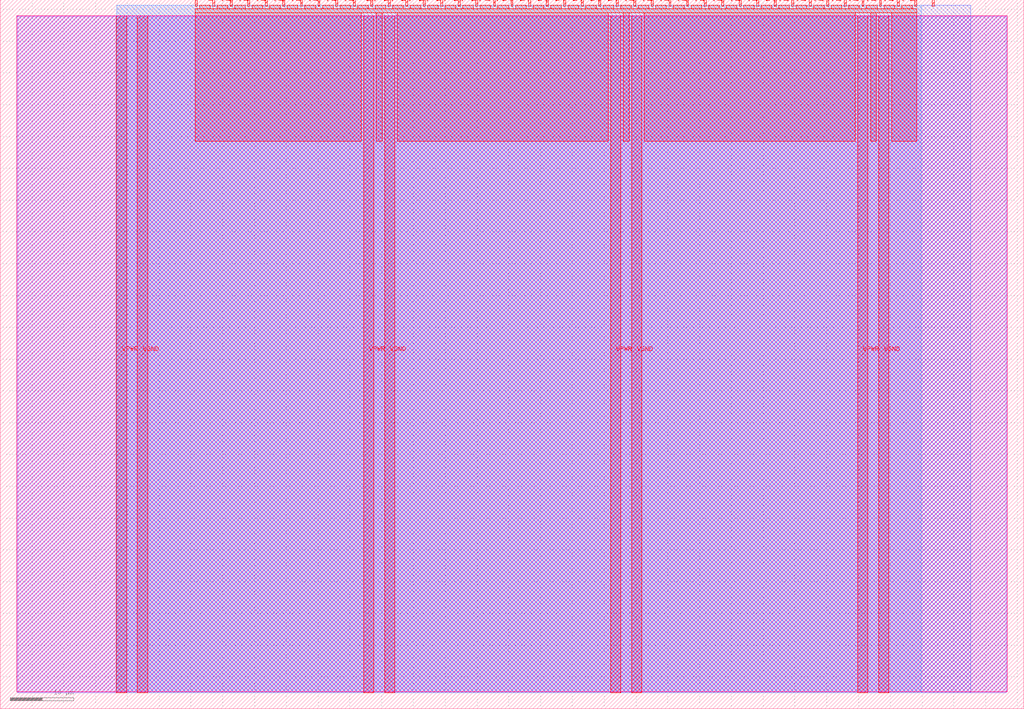
<source format=lef>
VERSION 5.7 ;
  NOWIREEXTENSIONATPIN ON ;
  DIVIDERCHAR "/" ;
  BUSBITCHARS "[]" ;
MACRO tt_um_strasti
  CLASS BLOCK ;
  FOREIGN tt_um_strasti ;
  ORIGIN 0.000 0.000 ;
  SIZE 161.000 BY 111.520 ;
  PIN VGND
    DIRECTION INOUT ;
    USE GROUND ;
    PORT
      LAYER met4 ;
        RECT 21.580 2.480 23.180 109.040 ;
    END
    PORT
      LAYER met4 ;
        RECT 60.450 2.480 62.050 109.040 ;
    END
    PORT
      LAYER met4 ;
        RECT 99.320 2.480 100.920 109.040 ;
    END
    PORT
      LAYER met4 ;
        RECT 138.190 2.480 139.790 109.040 ;
    END
  END VGND
  PIN VPWR
    DIRECTION INOUT ;
    USE POWER ;
    PORT
      LAYER met4 ;
        RECT 18.280 2.480 19.880 109.040 ;
    END
    PORT
      LAYER met4 ;
        RECT 57.150 2.480 58.750 109.040 ;
    END
    PORT
      LAYER met4 ;
        RECT 96.020 2.480 97.620 109.040 ;
    END
    PORT
      LAYER met4 ;
        RECT 134.890 2.480 136.490 109.040 ;
    END
  END VPWR
  PIN clk
    DIRECTION INPUT ;
    USE SIGNAL ;
    ANTENNAGATEAREA 0.852000 ;
    PORT
      LAYER met4 ;
        RECT 143.830 110.520 144.130 111.520 ;
    END
  END clk
  PIN ena
    DIRECTION INPUT ;
    USE SIGNAL ;
    PORT
      LAYER met4 ;
        RECT 146.590 110.520 146.890 111.520 ;
    END
  END ena
  PIN rst_n
    DIRECTION INPUT ;
    USE SIGNAL ;
    ANTENNAGATEAREA 0.196500 ;
    PORT
      LAYER met4 ;
        RECT 141.070 110.520 141.370 111.520 ;
    END
  END rst_n
  PIN ui_in[0]
    DIRECTION INPUT ;
    USE SIGNAL ;
    ANTENNAGATEAREA 0.196500 ;
    PORT
      LAYER met4 ;
        RECT 138.310 110.520 138.610 111.520 ;
    END
  END ui_in[0]
  PIN ui_in[1]
    DIRECTION INPUT ;
    USE SIGNAL ;
    ANTENNAGATEAREA 0.196500 ;
    PORT
      LAYER met4 ;
        RECT 135.550 110.520 135.850 111.520 ;
    END
  END ui_in[1]
  PIN ui_in[2]
    DIRECTION INPUT ;
    USE SIGNAL ;
    ANTENNAGATEAREA 0.196500 ;
    PORT
      LAYER met4 ;
        RECT 132.790 110.520 133.090 111.520 ;
    END
  END ui_in[2]
  PIN ui_in[3]
    DIRECTION INPUT ;
    USE SIGNAL ;
    ANTENNAGATEAREA 0.196500 ;
    PORT
      LAYER met4 ;
        RECT 130.030 110.520 130.330 111.520 ;
    END
  END ui_in[3]
  PIN ui_in[4]
    DIRECTION INPUT ;
    USE SIGNAL ;
    ANTENNAGATEAREA 0.196500 ;
    PORT
      LAYER met4 ;
        RECT 127.270 110.520 127.570 111.520 ;
    END
  END ui_in[4]
  PIN ui_in[5]
    DIRECTION INPUT ;
    USE SIGNAL ;
    ANTENNAGATEAREA 0.196500 ;
    PORT
      LAYER met4 ;
        RECT 124.510 110.520 124.810 111.520 ;
    END
  END ui_in[5]
  PIN ui_in[6]
    DIRECTION INPUT ;
    USE SIGNAL ;
    ANTENNAGATEAREA 0.196500 ;
    PORT
      LAYER met4 ;
        RECT 121.750 110.520 122.050 111.520 ;
    END
  END ui_in[6]
  PIN ui_in[7]
    DIRECTION INPUT ;
    USE SIGNAL ;
    ANTENNAGATEAREA 0.196500 ;
    PORT
      LAYER met4 ;
        RECT 118.990 110.520 119.290 111.520 ;
    END
  END ui_in[7]
  PIN uio_in[0]
    DIRECTION INPUT ;
    USE SIGNAL ;
    ANTENNAGATEAREA 0.196500 ;
    PORT
      LAYER met4 ;
        RECT 116.230 110.520 116.530 111.520 ;
    END
  END uio_in[0]
  PIN uio_in[1]
    DIRECTION INPUT ;
    USE SIGNAL ;
    ANTENNAGATEAREA 0.196500 ;
    PORT
      LAYER met4 ;
        RECT 113.470 110.520 113.770 111.520 ;
    END
  END uio_in[1]
  PIN uio_in[2]
    DIRECTION INPUT ;
    USE SIGNAL ;
    ANTENNAGATEAREA 0.213000 ;
    PORT
      LAYER met4 ;
        RECT 110.710 110.520 111.010 111.520 ;
    END
  END uio_in[2]
  PIN uio_in[3]
    DIRECTION INPUT ;
    USE SIGNAL ;
    ANTENNAGATEAREA 0.196500 ;
    PORT
      LAYER met4 ;
        RECT 107.950 110.520 108.250 111.520 ;
    END
  END uio_in[3]
  PIN uio_in[4]
    DIRECTION INPUT ;
    USE SIGNAL ;
    ANTENNAGATEAREA 0.196500 ;
    PORT
      LAYER met4 ;
        RECT 105.190 110.520 105.490 111.520 ;
    END
  END uio_in[4]
  PIN uio_in[5]
    DIRECTION INPUT ;
    USE SIGNAL ;
    ANTENNAGATEAREA 0.196500 ;
    PORT
      LAYER met4 ;
        RECT 102.430 110.520 102.730 111.520 ;
    END
  END uio_in[5]
  PIN uio_in[6]
    DIRECTION INPUT ;
    USE SIGNAL ;
    ANTENNAGATEAREA 0.196500 ;
    PORT
      LAYER met4 ;
        RECT 99.670 110.520 99.970 111.520 ;
    END
  END uio_in[6]
  PIN uio_in[7]
    DIRECTION INPUT ;
    USE SIGNAL ;
    ANTENNAGATEAREA 0.247500 ;
    PORT
      LAYER met4 ;
        RECT 96.910 110.520 97.210 111.520 ;
    END
  END uio_in[7]
  PIN uio_oe[0]
    DIRECTION OUTPUT ;
    USE SIGNAL ;
    PORT
      LAYER met4 ;
        RECT 49.990 110.520 50.290 111.520 ;
    END
  END uio_oe[0]
  PIN uio_oe[1]
    DIRECTION OUTPUT ;
    USE SIGNAL ;
    PORT
      LAYER met4 ;
        RECT 47.230 110.520 47.530 111.520 ;
    END
  END uio_oe[1]
  PIN uio_oe[2]
    DIRECTION OUTPUT ;
    USE SIGNAL ;
    PORT
      LAYER met4 ;
        RECT 44.470 110.520 44.770 111.520 ;
    END
  END uio_oe[2]
  PIN uio_oe[3]
    DIRECTION OUTPUT ;
    USE SIGNAL ;
    PORT
      LAYER met4 ;
        RECT 41.710 110.520 42.010 111.520 ;
    END
  END uio_oe[3]
  PIN uio_oe[4]
    DIRECTION OUTPUT ;
    USE SIGNAL ;
    PORT
      LAYER met4 ;
        RECT 38.950 110.520 39.250 111.520 ;
    END
  END uio_oe[4]
  PIN uio_oe[5]
    DIRECTION OUTPUT ;
    USE SIGNAL ;
    PORT
      LAYER met4 ;
        RECT 36.190 110.520 36.490 111.520 ;
    END
  END uio_oe[5]
  PIN uio_oe[6]
    DIRECTION OUTPUT ;
    USE SIGNAL ;
    PORT
      LAYER met4 ;
        RECT 33.430 110.520 33.730 111.520 ;
    END
  END uio_oe[6]
  PIN uio_oe[7]
    DIRECTION OUTPUT ;
    USE SIGNAL ;
    PORT
      LAYER met4 ;
        RECT 30.670 110.520 30.970 111.520 ;
    END
  END uio_oe[7]
  PIN uio_out[0]
    DIRECTION OUTPUT ;
    USE SIGNAL ;
    PORT
      LAYER met4 ;
        RECT 72.070 110.520 72.370 111.520 ;
    END
  END uio_out[0]
  PIN uio_out[1]
    DIRECTION OUTPUT ;
    USE SIGNAL ;
    PORT
      LAYER met4 ;
        RECT 69.310 110.520 69.610 111.520 ;
    END
  END uio_out[1]
  PIN uio_out[2]
    DIRECTION OUTPUT ;
    USE SIGNAL ;
    PORT
      LAYER met4 ;
        RECT 66.550 110.520 66.850 111.520 ;
    END
  END uio_out[2]
  PIN uio_out[3]
    DIRECTION OUTPUT ;
    USE SIGNAL ;
    PORT
      LAYER met4 ;
        RECT 63.790 110.520 64.090 111.520 ;
    END
  END uio_out[3]
  PIN uio_out[4]
    DIRECTION OUTPUT ;
    USE SIGNAL ;
    PORT
      LAYER met4 ;
        RECT 61.030 110.520 61.330 111.520 ;
    END
  END uio_out[4]
  PIN uio_out[5]
    DIRECTION OUTPUT ;
    USE SIGNAL ;
    PORT
      LAYER met4 ;
        RECT 58.270 110.520 58.570 111.520 ;
    END
  END uio_out[5]
  PIN uio_out[6]
    DIRECTION OUTPUT ;
    USE SIGNAL ;
    PORT
      LAYER met4 ;
        RECT 55.510 110.520 55.810 111.520 ;
    END
  END uio_out[6]
  PIN uio_out[7]
    DIRECTION OUTPUT ;
    USE SIGNAL ;
    PORT
      LAYER met4 ;
        RECT 52.750 110.520 53.050 111.520 ;
    END
  END uio_out[7]
  PIN uo_out[0]
    DIRECTION OUTPUT ;
    USE SIGNAL ;
    ANTENNAGATEAREA 0.247500 ;
    ANTENNADIFFAREA 0.445500 ;
    PORT
      LAYER met4 ;
        RECT 94.150 110.520 94.450 111.520 ;
    END
  END uo_out[0]
  PIN uo_out[1]
    DIRECTION OUTPUT ;
    USE SIGNAL ;
    ANTENNAGATEAREA 0.247500 ;
    ANTENNADIFFAREA 0.445500 ;
    PORT
      LAYER met4 ;
        RECT 91.390 110.520 91.690 111.520 ;
    END
  END uo_out[1]
  PIN uo_out[2]
    DIRECTION OUTPUT ;
    USE SIGNAL ;
    ANTENNAGATEAREA 0.247500 ;
    ANTENNADIFFAREA 0.445500 ;
    PORT
      LAYER met4 ;
        RECT 88.630 110.520 88.930 111.520 ;
    END
  END uo_out[2]
  PIN uo_out[3]
    DIRECTION OUTPUT ;
    USE SIGNAL ;
    ANTENNAGATEAREA 0.126000 ;
    ANTENNADIFFAREA 0.445500 ;
    PORT
      LAYER met4 ;
        RECT 85.870 110.520 86.170 111.520 ;
    END
  END uo_out[3]
  PIN uo_out[4]
    DIRECTION OUTPUT ;
    USE SIGNAL ;
    ANTENNAGATEAREA 0.126000 ;
    ANTENNADIFFAREA 0.445500 ;
    PORT
      LAYER met4 ;
        RECT 83.110 110.520 83.410 111.520 ;
    END
  END uo_out[4]
  PIN uo_out[5]
    DIRECTION OUTPUT ;
    USE SIGNAL ;
    ANTENNAGATEAREA 0.247500 ;
    ANTENNADIFFAREA 0.445500 ;
    PORT
      LAYER met4 ;
        RECT 80.350 110.520 80.650 111.520 ;
    END
  END uo_out[5]
  PIN uo_out[6]
    DIRECTION OUTPUT ;
    USE SIGNAL ;
    ANTENNAGATEAREA 0.247500 ;
    ANTENNADIFFAREA 0.445500 ;
    PORT
      LAYER met4 ;
        RECT 77.590 110.520 77.890 111.520 ;
    END
  END uo_out[6]
  PIN uo_out[7]
    DIRECTION OUTPUT ;
    USE SIGNAL ;
    ANTENNAGATEAREA 0.126000 ;
    ANTENNADIFFAREA 0.445500 ;
    PORT
      LAYER met4 ;
        RECT 74.830 110.520 75.130 111.520 ;
    END
  END uo_out[7]
  OBS
      LAYER nwell ;
        RECT 2.570 2.635 158.430 108.990 ;
      LAYER li1 ;
        RECT 2.760 2.635 158.240 108.885 ;
      LAYER met1 ;
        RECT 2.760 2.480 158.240 109.040 ;
      LAYER met2 ;
        RECT 18.310 2.535 152.620 110.685 ;
      LAYER met3 ;
        RECT 18.290 2.555 144.835 110.665 ;
      LAYER met4 ;
        RECT 31.370 110.120 33.030 110.665 ;
        RECT 34.130 110.120 35.790 110.665 ;
        RECT 36.890 110.120 38.550 110.665 ;
        RECT 39.650 110.120 41.310 110.665 ;
        RECT 42.410 110.120 44.070 110.665 ;
        RECT 45.170 110.120 46.830 110.665 ;
        RECT 47.930 110.120 49.590 110.665 ;
        RECT 50.690 110.120 52.350 110.665 ;
        RECT 53.450 110.120 55.110 110.665 ;
        RECT 56.210 110.120 57.870 110.665 ;
        RECT 58.970 110.120 60.630 110.665 ;
        RECT 61.730 110.120 63.390 110.665 ;
        RECT 64.490 110.120 66.150 110.665 ;
        RECT 67.250 110.120 68.910 110.665 ;
        RECT 70.010 110.120 71.670 110.665 ;
        RECT 72.770 110.120 74.430 110.665 ;
        RECT 75.530 110.120 77.190 110.665 ;
        RECT 78.290 110.120 79.950 110.665 ;
        RECT 81.050 110.120 82.710 110.665 ;
        RECT 83.810 110.120 85.470 110.665 ;
        RECT 86.570 110.120 88.230 110.665 ;
        RECT 89.330 110.120 90.990 110.665 ;
        RECT 92.090 110.120 93.750 110.665 ;
        RECT 94.850 110.120 96.510 110.665 ;
        RECT 97.610 110.120 99.270 110.665 ;
        RECT 100.370 110.120 102.030 110.665 ;
        RECT 103.130 110.120 104.790 110.665 ;
        RECT 105.890 110.120 107.550 110.665 ;
        RECT 108.650 110.120 110.310 110.665 ;
        RECT 111.410 110.120 113.070 110.665 ;
        RECT 114.170 110.120 115.830 110.665 ;
        RECT 116.930 110.120 118.590 110.665 ;
        RECT 119.690 110.120 121.350 110.665 ;
        RECT 122.450 110.120 124.110 110.665 ;
        RECT 125.210 110.120 126.870 110.665 ;
        RECT 127.970 110.120 129.630 110.665 ;
        RECT 130.730 110.120 132.390 110.665 ;
        RECT 133.490 110.120 135.150 110.665 ;
        RECT 136.250 110.120 137.910 110.665 ;
        RECT 139.010 110.120 140.670 110.665 ;
        RECT 141.770 110.120 143.430 110.665 ;
        RECT 30.655 109.440 144.145 110.120 ;
        RECT 30.655 89.255 56.750 109.440 ;
        RECT 59.150 89.255 60.050 109.440 ;
        RECT 62.450 89.255 95.620 109.440 ;
        RECT 98.020 89.255 98.920 109.440 ;
        RECT 101.320 89.255 134.490 109.440 ;
        RECT 136.890 89.255 137.790 109.440 ;
        RECT 140.190 89.255 144.145 109.440 ;
  END
END tt_um_strasti
END LIBRARY


</source>
